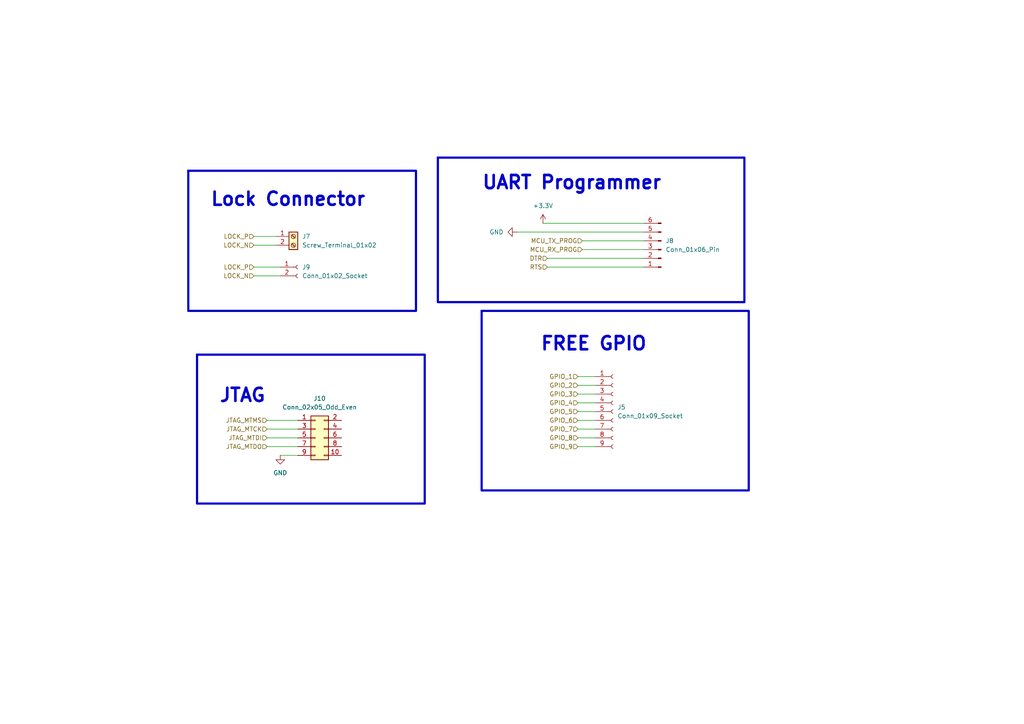
<source format=kicad_sch>
(kicad_sch (version 20231120) (generator "eeschema") (generator_version "8.0")
  (paper "A4")
  (title_block (title "Onyks Iot Control Cabinet") (rev "v1.0") (company ",,Onyks'' Students Scientific Association") (comment 1 "Karol Ambroziński") (comment 2 "Jakub Jastrzębski"))
  (lib_symbols
    (symbol "Connector:Conn_01x02_Socket" (pin_names (offset 1.016) hide)
      (property "Reference" "J" (at 0 2.54 0))
      (property "Value" "Conn_01x02_Socket" (at 0 -5.08 0))
      (symbol "Conn_01x02_Socket_1_1"
        (arc (start 0 -2.032) (mid -0.5058 -2.54) (end 0 -3.048) (stroke (width 0.1524)))
        (polyline (pts (xy -1.27 -2.54) (xy -0.508 -2.54)) (stroke (width 0.1524)))
        (polyline (pts (xy -1.27 0) (xy -0.508 0)) (stroke (width 0.1524)))
        (arc (start 0 0.508) (mid -0.5058 0) (end 0 -0.508) (stroke (width 0.1524)))
        (pin passive line (at -5.08 0 0) (length 3.81) (name "Pin_1") (number "1"))
        (pin passive line (at -5.08 -2.54 0) (length 3.81) (name "Pin_2") (number "2"))
      )
    )
    (symbol "Connector:Conn_01x06_Pin" (pin_names (offset 1.016) hide)
      (property "Reference" "J" (at 0 7.62 0))
      (property "Value" "Conn_01x06_Pin" (at 0 -10.16 0))
      (symbol "Conn_01x06_Pin_1_1"
        (polyline (pts (xy 1.27 -7.62) (xy 0.8636 -7.62)) (stroke (width 0.1524)))
        (polyline (pts (xy 1.27 -5.08) (xy 0.8636 -5.08)) (stroke (width 0.1524)))
        (polyline (pts (xy 1.27 -2.54) (xy 0.8636 -2.54)) (stroke (width 0.1524)))
        (polyline (pts (xy 1.27 0) (xy 0.8636 0)) (stroke (width 0.1524)))
        (polyline (pts (xy 1.27 2.54) (xy 0.8636 2.54)) (stroke (width 0.1524)))
        (polyline (pts (xy 1.27 5.08) (xy 0.8636 5.08)) (stroke (width 0.1524)))
        (rectangle (start 0.8636 -7.493) (end 0 -7.747) (stroke (width 0.1524)) (fill (type outline)))
        (rectangle (start 0.8636 -4.953) (end 0 -5.207) (stroke (width 0.1524)) (fill (type outline)))
        (rectangle (start 0.8636 -2.413) (end 0 -2.667) (stroke (width 0.1524)) (fill (type outline)))
        (rectangle (start 0.8636 0.127) (end 0 -0.127) (stroke (width 0.1524)) (fill (type outline)))
        (rectangle (start 0.8636 2.667) (end 0 2.413) (stroke (width 0.1524)) (fill (type outline)))
        (rectangle (start 0.8636 5.207) (end 0 4.953) (stroke (width 0.1524)) (fill (type outline)))
        (pin passive line (at 5.08 5.08 180) (length 3.81) (name "Pin_1") (number "1"))
        (pin passive line (at 5.08 2.54 180) (length 3.81) (name "Pin_2") (number "2"))
        (pin passive line (at 5.08 0 180) (length 3.81) (name "Pin_3") (number "3"))
        (pin passive line (at 5.08 -2.54 180) (length 3.81) (name "Pin_4") (number "4"))
        (pin passive line (at 5.08 -5.08 180) (length 3.81) (name "Pin_5") (number "5"))
        (pin passive line (at 5.08 -7.62 180) (length 3.81) (name "Pin_6") (number "6"))
      )
    )
    (symbol "Connector:Conn_01x09_Socket" (pin_names (offset 1.016) hide)
      (property "Reference" "J" (at 0 12.7 0))
      (property "Value" "Conn_01x09_Socket" (at 0 -12.7 0))
      (symbol "Conn_01x09_Socket_1_1"
        (arc (start 0 -9.652) (mid -0.5058 -10.16) (end 0 -10.668) (stroke (width 0.1524)))
        (arc (start 0 -7.112) (mid -0.5058 -7.62) (end 0 -8.128) (stroke (width 0.1524)))
        (arc (start 0 -4.572) (mid -0.5058 -5.08) (end 0 -5.588) (stroke (width 0.1524)))
        (arc (start 0 -2.032) (mid -0.5058 -2.54) (end 0 -3.048) (stroke (width 0.1524)))
        (polyline (pts (xy -1.27 -10.16) (xy -0.508 -10.16)) (stroke (width 0.1524)))
        (polyline (pts (xy -1.27 -7.62) (xy -0.508 -7.62)) (stroke (width 0.1524)))
        (polyline (pts (xy -1.27 -5.08) (xy -0.508 -5.08)) (stroke (width 0.1524)))
        (polyline (pts (xy -1.27 -2.54) (xy -0.508 -2.54)) (stroke (width 0.1524)))
        (polyline (pts (xy -1.27 0) (xy -0.508 0)) (stroke (width 0.1524)))
        (polyline (pts (xy -1.27 2.54) (xy -0.508 2.54)) (stroke (width 0.1524)))
        (polyline (pts (xy -1.27 5.08) (xy -0.508 5.08)) (stroke (width 0.1524)))
        (polyline (pts (xy -1.27 7.62) (xy -0.508 7.62)) (stroke (width 0.1524)))
        (polyline (pts (xy -1.27 10.16) (xy -0.508 10.16)) (stroke (width 0.1524)))
        (arc (start 0 0.508) (mid -0.5058 0) (end 0 -0.508) (stroke (width 0.1524)))
        (arc (start 0 3.048) (mid -0.5058 2.54) (end 0 2.032) (stroke (width 0.1524)))
        (arc (start 0 5.588) (mid -0.5058 5.08) (end 0 4.572) (stroke (width 0.1524)))
        (arc (start 0 8.128) (mid -0.5058 7.62) (end 0 7.112) (stroke (width 0.1524)))
        (arc (start 0 10.668) (mid -0.5058 10.16) (end 0 9.652) (stroke (width 0.1524)))
        (pin passive line (at -5.08 10.16 0) (length 3.81) (name "Pin_1") (number "1"))
        (pin passive line (at -5.08 7.62 0) (length 3.81) (name "Pin_2") (number "2"))
        (pin passive line (at -5.08 5.08 0) (length 3.81) (name "Pin_3") (number "3"))
        (pin passive line (at -5.08 2.54 0) (length 3.81) (name "Pin_4") (number "4"))
        (pin passive line (at -5.08 0 0) (length 3.81) (name "Pin_5") (number "5"))
        (pin passive line (at -5.08 -2.54 0) (length 3.81) (name "Pin_6") (number "6"))
        (pin passive line (at -5.08 -5.08 0) (length 3.81) (name "Pin_7") (number "7"))
        (pin passive line (at -5.08 -7.62 0) (length 3.81) (name "Pin_8") (number "8"))
        (pin passive line (at -5.08 -10.16 0) (length 3.81) (name "Pin_9") (number "9"))
      )
    )
    (symbol "Connector:Screw_Terminal_01x02" (pin_names (offset 1.016) hide)
      (property "Reference" "J" (at 0 2.54 0))
      (property "Value" "Screw_Terminal_01x02" (at 0 -5.08 0))
      (symbol "Screw_Terminal_01x02_1_1"
        (rectangle (start -1.27 1.27) (end 1.27 -3.81) (stroke (width 0.254)) (fill (type background)))
        (circle (center 0 -2.54) (radius 0.635) (stroke (width 0.1524)))
        (polyline (pts (xy -0.5334 -2.2098) (xy 0.3302 -3.048)) (stroke (width 0.1524)))
        (polyline (pts (xy -0.5334 0.3302) (xy 0.3302 -0.508)) (stroke (width 0.1524)))
        (polyline (pts (xy -0.3556 -2.032) (xy 0.508 -2.8702)) (stroke (width 0.1524)))
        (polyline (pts (xy -0.3556 0.508) (xy 0.508 -0.3302)) (stroke (width 0.1524)))
        (circle (center 0 0) (radius 0.635) (stroke (width 0.1524)))
        (pin passive line (at -5.08 0 0) (length 3.81) (name "Pin_1") (number "1"))
        (pin passive line (at -5.08 -2.54 0) (length 3.81) (name "Pin_2") (number "2"))
      )
    )
    (symbol "Connector_Generic:Conn_02x05_Odd_Even" (pin_names (offset 1.016) hide)
      (property "Reference" "J" (at 1.27 7.62 0))
      (property "Value" "Conn_02x05_Odd_Even" (at 1.27 -7.62 0))
      (symbol "Conn_02x05_Odd_Even_1_1"
        (rectangle (start -1.27 -4.953) (end 0 -5.207) (stroke (width 0.1524)))
        (rectangle (start -1.27 -2.413) (end 0 -2.667) (stroke (width 0.1524)))
        (rectangle (start -1.27 0.127) (end 0 -0.127) (stroke (width 0.1524)))
        (rectangle (start -1.27 2.667) (end 0 2.413) (stroke (width 0.1524)))
        (rectangle (start -1.27 5.207) (end 0 4.953) (stroke (width 0.1524)))
        (rectangle (start -1.27 6.35) (end 3.81 -6.35) (stroke (width 0.254)) (fill (type background)))
        (rectangle (start 3.81 -4.953) (end 2.54 -5.207) (stroke (width 0.1524)))
        (rectangle (start 3.81 -2.413) (end 2.54 -2.667) (stroke (width 0.1524)))
        (rectangle (start 3.81 0.127) (end 2.54 -0.127) (stroke (width 0.1524)))
        (rectangle (start 3.81 2.667) (end 2.54 2.413) (stroke (width 0.1524)))
        (rectangle (start 3.81 5.207) (end 2.54 4.953) (stroke (width 0.1524)))
        (pin passive line (at -5.08 5.08 0) (length 3.81) (name "Pin_1") (number "1"))
        (pin passive line (at 7.62 -5.08 180) (length 3.81) (name "Pin_10") (number "10"))
        (pin passive line (at 7.62 5.08 180) (length 3.81) (name "Pin_2") (number "2"))
        (pin passive line (at -5.08 2.54 0) (length 3.81) (name "Pin_3") (number "3"))
        (pin passive line (at 7.62 2.54 180) (length 3.81) (name "Pin_4") (number "4"))
        (pin passive line (at -5.08 0 0) (length 3.81) (name "Pin_5") (number "5"))
        (pin passive line (at 7.62 0 180) (length 3.81) (name "Pin_6") (number "6"))
        (pin passive line (at -5.08 -2.54 0) (length 3.81) (name "Pin_7") (number "7"))
        (pin passive line (at 7.62 -2.54 180) (length 3.81) (name "Pin_8") (number "8"))
        (pin passive line (at -5.08 -5.08 0) (length 3.81) (name "Pin_9") (number "9"))
      )
    )
    (symbol "power:+3.3V" (power) (pin_names (offset 0))
      (property "Value" "+3.3V" (at 0 3.556 0))
      (symbol "+3.3V_0_1"
        (polyline (pts (xy -0.762 1.27) (xy 0 2.54)))
        (polyline (pts (xy 0 0) (xy 0 2.54)))
        (polyline (pts (xy 0 2.54) (xy 0.762 1.27)))
      )
      (symbol "+3.3V_1_1"
        (pin power_in line (at 0 0 90) (length 0) hide (name "+3.3V") (number "1"))
      )
    )
    (symbol "power:GND" (power) (pin_numbers hide) (pin_names (offset 0) hide)
      (property "Value" "GND" (at 0 -3.81 0))
      (symbol "GND_0_1"
        (polyline (pts (xy 0 0) (xy 0 -1.27) (xy 1.27 -1.27) (xy 0 -2.54) (xy -1.27 -1.27) (xy 0 -1.27)))
      )
      (symbol "GND_1_1"
        (pin power_in line (at 0 0 270) (length 0) (name "~") (number "1"))
      )
    )
  )
  (wire (pts (xy 73.66 77.47) (xy 81.28 77.47)))
  (wire (pts (xy 167.64 119.38) (xy 172.72 119.38)))
  (wire (pts (xy 167.64 129.54) (xy 172.72 129.54)))
  (wire (pts (xy 86.36 129.54) (xy 77.47 129.54)))
  (wire (pts (xy 158.75 77.47) (xy 186.69 77.47)))
  (wire (pts (xy 86.36 127) (xy 77.47 127)))
  (wire (pts (xy 167.64 111.76) (xy 172.72 111.76)))
  (wire (pts (xy 167.64 121.92) (xy 172.72 121.92)))
  (wire (pts (xy 86.36 124.46) (xy 77.47 124.46)))
  (wire (pts (xy 167.64 127) (xy 172.72 127)))
  (wire (pts (xy 73.66 80.01) (xy 81.28 80.01)))
  (wire (pts (xy 167.64 124.46) (xy 172.72 124.46)))
  (wire (pts (xy 186.69 72.39) (xy 168.91 72.39)))
  (wire (pts (xy 186.69 69.85) (xy 168.91 69.85)))
  (wire (pts (xy 73.66 68.58) (xy 80.01 68.58)))
  (wire (pts (xy 86.36 121.92) (xy 77.47 121.92)))
  (wire (pts (xy 157.48 64.77) (xy 186.69 64.77)))
  (wire (pts (xy 158.75 74.93) (xy 186.69 74.93)))
  (wire (pts (xy 167.64 116.84) (xy 172.72 116.84)))
  (wire (pts (xy 81.28 132.08) (xy 86.36 132.08)))
  (wire (pts (xy 149.86 67.31) (xy 186.69 67.31)))
  (wire (pts (xy 73.66 71.12) (xy 80.01 71.12)))
  (wire (pts (xy 167.64 109.22) (xy 172.72 109.22)))
  (wire (pts (xy 167.64 114.3) (xy 172.72 114.3)))
  (rectangle (start 139.7 90.17) (end 217.17 142.24) (stroke (width 0.635)))
  (rectangle (start 54.61 49.53) (end 120.65 90.17) (stroke (width 0.635)))
  (rectangle (start 127 45.72) (end 215.9 87.63) (stroke (width 0.635)))
  (rectangle (start 57.15 102.87) (end 123.19 146.05) (stroke (width 0.635)))
  (text "UART Programmer\n" (at 165.862 53.086 0) (effects (font (size 3.81 3.81) (thickness 0.762) (bold yes))))
  (text "Lock Connector" (at 83.566 57.912 0) (effects (font (size 3.81 3.81) (thickness 0.762) (bold yes))))
  (text "FREE GPIO" (at 172.212 99.822 0) (effects (font (size 3.81 3.81) (thickness 0.762) (bold yes))))
  (text "JTAG" (at 70.358 114.808 0) (effects (font (size 3.81 3.81) (thickness 0.762) (bold yes))))
  (hierarchical_label "GPIO_9" (shape input) (at 167.64 129.54 180))
  (hierarchical_label "DTR" (shape input) (at 158.75 74.93 180))
  (hierarchical_label "MCU_RX_PROG" (shape input) (at 168.91 72.39 180))
  (hierarchical_label "GPIO_7" (shape input) (at 167.64 124.46 180))
  (hierarchical_label "LOCK_N" (shape input) (at 73.66 80.01 180))
  (hierarchical_label "GPIO_1" (shape input) (at 167.64 109.22 180))
  (hierarchical_label "GPIO_3" (shape input) (at 167.64 114.3 180))
  (hierarchical_label "JTAG_MTMS" (shape input) (at 77.47 121.92 180))
  (hierarchical_label "LOCK_P" (shape input) (at 73.66 77.47 180))
  (hierarchical_label "JTAG_MTCK" (shape input) (at 77.47 124.46 180))
  (hierarchical_label "JTAG_MTDI" (shape input) (at 77.47 127 180))
  (hierarchical_label "GPIO_6" (shape input) (at 167.64 121.92 180))
  (hierarchical_label "GPIO_8" (shape input) (at 167.64 127 180))
  (hierarchical_label "LOCK_N" (shape input) (at 73.66 71.12 180))
  (hierarchical_label "GPIO_5" (shape input) (at 167.64 119.38 180))
  (hierarchical_label "MCU_TX_PROG" (shape input) (at 168.91 69.85 180))
  (hierarchical_label "GPIO_4" (shape input) (at 167.64 116.84 180))
  (hierarchical_label "RTS" (shape input) (at 158.75 77.47 180))
  (hierarchical_label "GPIO_2" (shape input) (at 167.64 111.76 180))
  (hierarchical_label "JTAG_MTDO" (shape input) (at 77.47 129.54 180))
  (hierarchical_label "LOCK_P" (shape input) (at 73.66 68.58 180))
  (symbol (lib_id "power:GND") (at 149.86 67.31 270) (unit 1)
    (property "Reference" "#PWR029" (effects (hide yes)))
    (property "Value" "GND" (at 146.05 67.3099 90) (effects (justify right)))
    (property "Description" "Power symbol creates a global label with name \"GND\" , ground" (effects (hide yes)))
  )
  (symbol (lib_id "Connector:Conn_01x09_Socket") (at 177.8 119.38 0) (unit 1)
    (property "Reference" "J5" (at 179.07 118.1099 0) (effects (justify left)))
    (property "Value" "Conn_01x09_Socket" (at 179.07 120.6499 0) (effects (justify left)))
    (property "Footprint" "Connector_PinHeader_2.54mm:PinHeader_1x09_P2.54mm_Vertical" (effects (hide yes)))
    (property "Description" "Generic connector, single row, 01x09, script generated" (effects (hide yes)))
  )
  (symbol (lib_id "Connector:Conn_01x06_Pin") (at 191.77 72.39 180) (unit 1)
    (property "Reference" "J8" (at 193.04 69.8499 0) (effects (justify right)))
    (property "Value" "Conn_01x06_Pin" (at 193.04 72.3899 0) (effects (justify right)))
    (property "Footprint" "Connector_PinHeader_2.54mm:PinHeader_1x06_P2.54mm_Vertical" (effects (hide yes)))
    (property "Description" "Generic connector, single row, 01x06, script generated" (effects (hide yes)))
  )
  (symbol (lib_id "Connector:Screw_Terminal_01x02") (at 85.09 68.58 0) (unit 1)
    (property "Reference" "J7" (at 87.63 68.5799 0) (effects (justify left)))
    (property "Value" "Screw_Terminal_01x02" (at 87.63 71.1199 0) (effects (justify left)))
    (property "Footprint" "TerminalBlock:TerminalBlock_Xinya_XY308-2.54-2P_1x02_P2.54mm_Horizontal" (effects (hide yes)))
    (property "Description" "Generic screw terminal, single row, 01x02, script generated (kicad-library-utils/schlib/autogen/connector/)" (effects (hide yes)))
  )
  (symbol (lib_id "Connector_Generic:Conn_02x05_Odd_Even") (at 91.44 127 0) (unit 1)
    (property "Reference" "J10" (at 92.71 115.57 0))
    (property "Value" "Conn_02x05_Odd_Even" (at 92.71 118.11 0))
    (property "Footprint" "Connector_PinHeader_2.54mm:PinHeader_2x05_P2.54mm_Vertical" (effects (hide yes)))
    (property "Description" "Generic connector, double row, 02x05, odd/even pin numbering scheme (row 1 odd numbers, row 2 even numbers), script generated (kicad-library-utils/schlib/autogen/connector/)" (effects (hide yes)))
  )
  (symbol (lib_id "Connector:Conn_01x02_Socket") (at 86.36 77.47 0) (unit 1)
    (property "Reference" "J9" (at 87.63 77.4699 0) (effects (justify left)))
    (property "Value" "Conn_01x02_Socket" (at 87.63 80.0099 0) (effects (justify left)))
    (property "Footprint" "Connector_PinHeader_2.54mm:PinHeader_1x02_P2.54mm_Vertical" (effects (hide yes)))
    (property "Description" "Generic connector, single row, 01x02, script generated" (effects (hide yes)))
  )
  (symbol (lib_id "power:GND") (at 81.28 132.08 0) (unit 1)
    (property "Reference" "#PWR017" (effects (hide yes)))
    (property "Value" "GND" (at 81.28 137.16 0))
    (property "Description" "Power symbol creates a global label with name \"GND\" , ground" (effects (hide yes)))
  )
  (symbol (lib_id "power:+3.3V") (at 157.48 64.77 0) (unit 1)
    (property "Reference" "#PWR018" (effects (hide yes)))
    (property "Value" "+3.3V" (at 157.48 59.69 0))
  )
)
</source>
